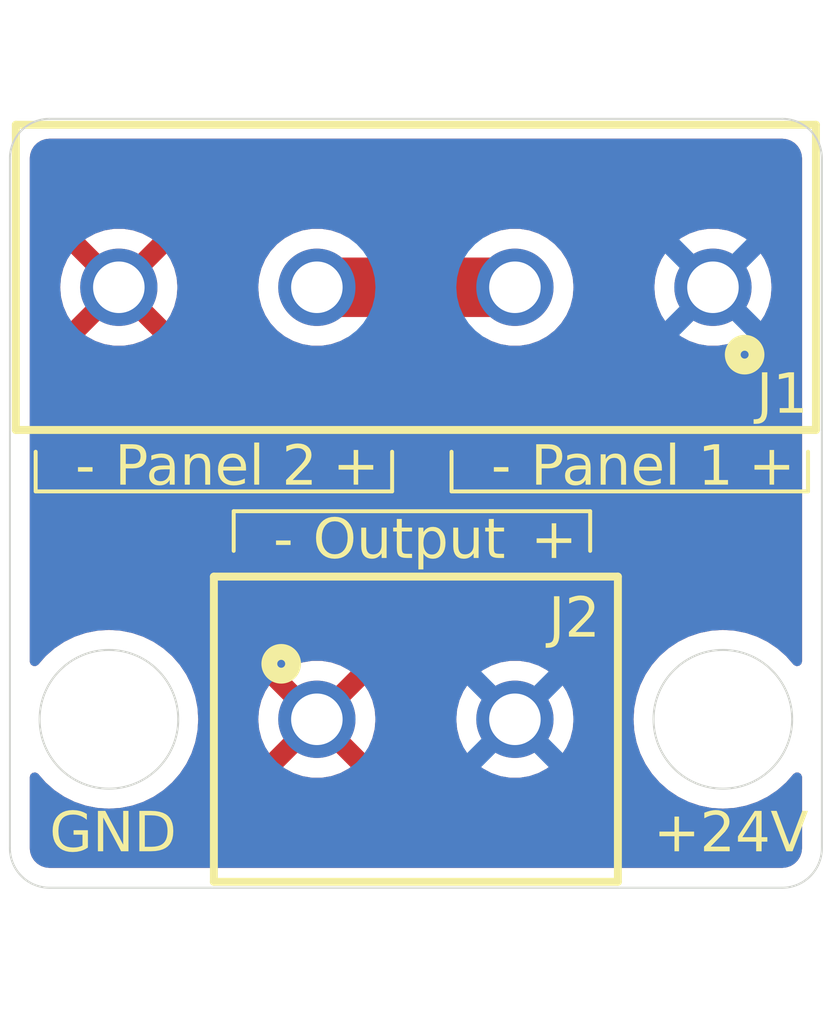
<source format=kicad_pcb>
(kicad_pcb (version 20240108) (generator "pcbnew") (generator_version "8.0")
  (layers (0 "F.Cu" signal) (31 "B.Cu" signal) (34 "B.Paste" user) (35 "F.Paste" user) (36 "B.SilkS" user "B.Silkscreen") (37 "F.SilkS" user "F.Silkscreen") (38 "B.Mask" user) (39 "F.Mask" user) (44 "Edge.Cuts" user))
  (net 0 "")
  (net 1 "/24V")
  (net 2 "/GND")
  (net 3 "Net-(J1-Pin_2)")
  (footprint "AusOcean:691137710002" (layer "F.Cu") (at 110.1 86.15)
    (property "Reference" "J2" (at 4 -2.5 180) (layer "F.SilkS"))
    (property "Value" "Screw_Terminal_01x02")
    (fp_line (start -5.1 -3.6) (end 5.1 -3.6) (stroke (width 0.2)) (layer "F.SilkS"))
    (fp_line (start -5.1 4.1) (end -5.1 -3.6) (stroke (width 0.2)) (layer "F.SilkS"))
    (fp_line (start 5.1 -3.6) (end 5.1 4.1) (stroke (width 0.2)) (layer "F.SilkS"))
    (fp_line (start 5.1 4.1) (end -5.1 4.1) (stroke (width 0.2)) (layer "F.SilkS"))
    (fp_circle (center -3.4 -1.4) (end -3.3 -1.4) (stroke (width 0.4)) (fill none) (layer "F.SilkS"))
    (pad "1" thru_hole circle (at -2.5 0) (size 1.95 1.95) (drill 1.3) (layers "*.Cu" "*.Mask") (net 2 "/GND"))
    (pad "2" thru_hole circle (at 2.5 0) (size 1.95 1.95) (drill 1.3) (layers "*.Cu" "*.Mask") (net 1 "/24V"))
  )
  (footprint "AusOcean:691137710004" (layer "F.Cu") (at 110.1 75.25 180)
    (property "Reference" "J1" (at -9.25 -2.75 180) (layer "F.SilkS"))
    (property "Value" "Screw_Terminal_01x04")
    (fp_line (start 10.1 4.1) (end -10.1 4.1) (stroke (width 0.2)) (layer "F.SilkS"))
    (fp_line (start 10.1 -3.6) (end 10.1 4.1) (stroke (width 0.2)) (layer "F.SilkS"))
    (fp_line (start -10.1 4.1) (end -10.1 -3.6) (stroke (width 0.2)) (layer "F.SilkS"))
    (fp_line (start -10.1 -3.6) (end 10.1 -3.6) (stroke (width 0.2)) (layer "F.SilkS"))
    (fp_circle (center -8.3 -1.7) (end -8.2 -1.7) (stroke (width 0.4)) (fill none) (layer "F.SilkS"))
    (pad "1" thru_hole circle (at -7.5 0 180) (size 1.95 1.95) (drill 1.3) (layers "*.Cu" "*.Mask") (net 1 "/24V"))
    (pad "2" thru_hole circle (at -2.5 0 180) (size 1.95 1.95) (drill 1.3) (layers "*.Cu" "*.Mask") (net 3 "Net-(J1-Pin_2)"))
    (pad "3" thru_hole circle (at 2.5 0 180) (size 1.95 1.95) (drill 1.3) (layers "*.Cu" "*.Mask") (net 3 "Net-(J1-Pin_2)"))
    (pad "4" thru_hole circle (at 7.5 0 180) (size 1.95 1.95) (drill 1.3) (layers "*.Cu" "*.Mask") (net 2 "/GND"))
  )
  (gr_line (start 105.5 80.9) (end 105.5 81.9) (stroke (width 0.1)) (layer "F.SilkS"))
  (gr_line (start 114.5 81.9) (end 114.5 80.9) (stroke (width 0.1)) (layer "F.SilkS"))
  (gr_line (start 114.5 80.9) (end 105.5 80.9) (stroke (width 0.1)) (layer "F.SilkS"))
  (gr_line (start 109.5 80.4) (end 109.5 79.4) (stroke (width 0.1)) (layer "F.SilkS"))
  (gr_line (start 120 80.4) (end 120 79.4) (stroke (width 0.1)) (layer "F.SilkS"))
  (gr_line (start 111 79.4) (end 111 80.4) (stroke (width 0.1)) (layer "F.SilkS"))
  (gr_line (start 100.5 80.4) (end 109.5 80.4) (stroke (width 0.1)) (layer "F.SilkS"))
  (gr_line (start 111 80.4) (end 120 80.4) (stroke (width 0.1)) (layer "F.SilkS"))
  (gr_line (start 100.5 79.4) (end 100.5 80.4) (stroke (width 0.1)) (layer "F.SilkS"))
  (gr_circle (center 102.35 86.15) (end 104.1 86.15) (stroke (width 0.05)) (fill none) (layer "Edge.Cuts"))
  (gr_circle (center 117.85 86.15) (end 119.6 86.15) (stroke (width 0.05)) (fill none) (layer "Edge.Cuts"))
  (gr_arc (start 119.35 71) (mid 120.057107 71.292893) (end 120.35 72) (stroke (width 0.05)) (layer "Edge.Cuts"))
  (gr_line (start 100.85 71) (end 119.35 71) (stroke (width 0.05)) (layer "Edge.Cuts"))
  (gr_line (start 119.35 90.4) (end 100.85 90.4) (stroke (width 0.05)) (layer "Edge.Cuts"))
  (gr_arc (start 120.35 89.4) (mid 120.057107 90.107107) (end 119.35 90.4) (stroke (width 0.05)) (layer "Edge.Cuts"))
  (gr_line (start 99.85 89.4) (end 99.85 72) (stroke (width 0.05)) (layer "Edge.Cuts"))
  (gr_line (start 120.35 72) (end 120.35 89.4) (stroke (width 0.05)) (layer "Edge.Cuts"))
  (gr_arc (start 99.85 72) (mid 100.142893 71.292893) (end 100.85 71) (stroke (width 0.05)) (layer "Edge.Cuts"))
  (gr_arc (start 100.85 90.4) (mid 100.142893 90.107107) (end 99.85 89.4) (stroke (width 0.05)) (layer "Edge.Cuts"))
  (gr_text "-" (at 112 80.4 0) (layer "F.SilkS") (effects (font (size 1 1)) (justify left bottom)))
  (gr_text "+" (at 108 80.4 0) (layer "F.SilkS") (effects (font (size 1 1)) (justify left bottom)))
  (gr_text "GND" (at 100.85 89.65 0) (layer "F.SilkS") (effects (font (size 1 1)) (justify left bottom)))
  (gr_text "Panel 2" (at 102.5 80.4 0) (layer "F.SilkS") (effects (font (size 1 1)) (justify left bottom)))
  (gr_text "-" (at 101.5 80.4 0) (layer "F.SilkS") (effects (font (size 1 1)) (justify left bottom)))
  (gr_text "Output" (at 107.5 82.25 0) (layer "F.SilkS") (effects (font (size 1 1)) (justify left bottom)))
  (gr_text "+" (at 113 82.25 0) (layer "F.SilkS") (effects (font (size 1 1)) (justify left bottom)))
  (gr_text "+" (at 118.5 80.4 0) (layer "F.SilkS") (effects (font (size 1 1)) (justify left bottom)))
  (gr_text "+24V" (at 116.1 89.65 0) (layer "F.SilkS") (effects (font (size 1 1)) (justify left bottom)))
  (gr_text "-" (at 106.5 82.25 0) (layer "F.SilkS") (effects (font (size 1 1)) (justify left bottom)))
  (gr_text "Panel 1" (at 113 80.4 0) (layer "F.SilkS") (effects (font (size 1 1)) (justify left bottom)))
  (segment (start 112.6 75.25) (end 107.6 75.25) (width 1.5) (layer "F.Cu") (net 3))
  (zone (net 2) (net_name "/GND") (layer "F.Cu") (connect_pads (clearance 0.5)) (min_thickness 0.25) (fill yes (thermal_gap 0.5) (thermal_bridge_width 0.5))
    (polygon (pts (xy 120.6 69.4) (xy 120.6 90.65) (xy 99.6 90.65) (xy 99.6 69.4)))
  )
  (zone (net 1) (net_name "/24V") (layer "B.Cu") (connect_pads (clearance 0.5)) (min_thickness 0.25) (fill yes (thermal_gap 0.5) (thermal_bridge_width 0.5))
    (polygon (pts (xy 120.6 69.4) (xy 120.6 90.65) (xy 99.6 90.65) (xy 99.6 69.4)))
  )
)
</source>
